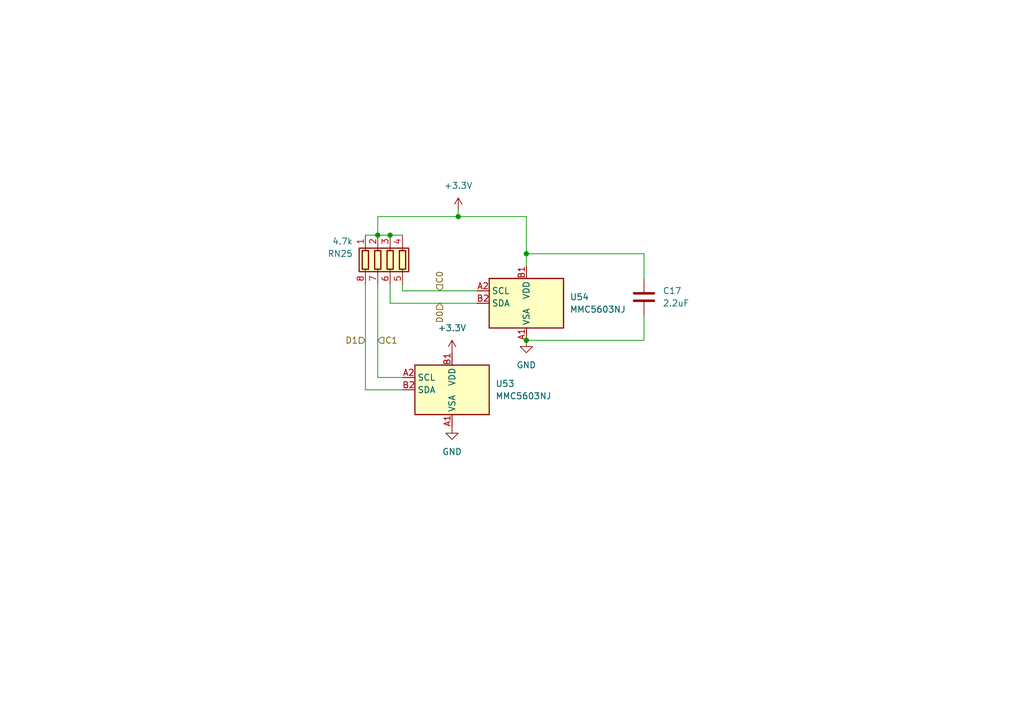
<source format=kicad_sch>
(kicad_sch (version 20230121) (generator eeschema)
  (paper "A5")
  (lib_symbols
    (symbol "Device:C" (pin_numbers hide) (pin_names (offset 0.254))
      (property "Reference" "C" (at 0.635 2.54 0))
      (property "Value" "C" (at 0.635 -2.54 0))
      (symbol "C_0_1"
        (polyline (pts (xy -2.032 -0.762) (xy 2.032 -0.762)) (stroke (width 0.508)))
        (polyline (pts (xy -2.032 0.762) (xy 2.032 0.762)) (stroke (width 0.508)))
      )
      (symbol "C_1_1"
        (pin passive line (at 0 3.81 270) (length 2.794) (name "~") (number "1"))
        (pin passive line (at 0 -3.81 90) (length 2.794) (name "~") (number "2"))
      )
    )
    (symbol "Device:R_Pack04" (pin_names (offset 0) hide)
      (property "Reference" "RN" (at -7.62 0 90))
      (property "Value" "R_Pack04" (at 5.08 0 90))
      (symbol "R_Pack04_0_1"
        (rectangle (start -6.35 -2.413) (end 3.81 2.413) (stroke (width 0.254)) (fill (type background)))
        (rectangle (start -5.715 1.905) (end -4.445 -1.905) (stroke (width 0.254)))
        (rectangle (start -3.175 1.905) (end -1.905 -1.905) (stroke (width 0.254)))
        (rectangle (start -0.635 1.905) (end 0.635 -1.905) (stroke (width 0.254)))
        (polyline (pts (xy -5.08 -2.54) (xy -5.08 -1.905)))
        (polyline (pts (xy -5.08 1.905) (xy -5.08 2.54)))
        (polyline (pts (xy -2.54 -2.54) (xy -2.54 -1.905)))
        (polyline (pts (xy -2.54 1.905) (xy -2.54 2.54)))
        (polyline (pts (xy 0 -2.54) (xy 0 -1.905)))
        (polyline (pts (xy 0 1.905) (xy 0 2.54)))
        (polyline (pts (xy 2.54 -2.54) (xy 2.54 -1.905)))
        (polyline (pts (xy 2.54 1.905) (xy 2.54 2.54)))
        (rectangle (start 1.905 1.905) (end 3.175 -1.905) (stroke (width 0.254)))
      )
      (symbol "R_Pack04_1_1"
        (pin passive line (at -5.08 -5.08 90) (length 2.54) (name "R1.1") (number "1"))
        (pin passive line (at -2.54 -5.08 90) (length 2.54) (name "R2.1") (number "2"))
        (pin passive line (at 0 -5.08 90) (length 2.54) (name "R3.1") (number "3"))
        (pin passive line (at 2.54 -5.08 90) (length 2.54) (name "R4.1") (number "4"))
        (pin passive line (at 2.54 5.08 270) (length 2.54) (name "R4.2") (number "5"))
        (pin passive line (at 0 5.08 270) (length 2.54) (name "R3.2") (number "6"))
        (pin passive line (at -2.54 5.08 270) (length 2.54) (name "R2.2") (number "7"))
        (pin passive line (at -5.08 5.08 270) (length 2.54) (name "R1.2") (number "8"))
      )
    )
    (symbol "Sensor_Magnetic:MMC5633NJL"
      (property "Reference" "U" (at -2.54 8.255 0))
      (property "Value" "MMC5633NJL" (at -2.54 6.35 0))
      (symbol "MMC5633NJL_0_1"
        (rectangle (start -7.62 -5.08) (end 7.62 5.08) (stroke (width 0.254)) (fill (type background)))
      )
      (symbol "MMC5633NJL_1_1"
        (pin power_in line (at 0 -7.62 90) (length 2.54) (name "VSA") (number "A1"))
        (pin input line (at -10.16 2.54 0) (length 2.54) (name "SCL") (number "A2"))
        (pin power_in line (at 0 7.62 270) (length 2.54) (name "VDD") (number "B1"))
        (pin bidirectional line (at -10.16 0 0) (length 2.54) (name "SDA") (number "B2"))
      )
    )
    (symbol "power:+3.3V" (power) (pin_names (offset 0))
      (property "Value" "+3.3V" (at 0 3.556 0))
      (symbol "+3.3V_0_1"
        (polyline (pts (xy -0.762 1.27) (xy 0 2.54)))
        (polyline (pts (xy 0 0) (xy 0 2.54)))
        (polyline (pts (xy 0 2.54) (xy 0.762 1.27)))
      )
      (symbol "+3.3V_1_1"
        (pin power_in line (at 0 0 90) (length 0) hide (name "+3.3V") (number "1"))
      )
    )
    (symbol "power:GND" (power) (pin_names (offset 0))
      (property "Value" "GND" (at 0 -3.81 0))
      (symbol "GND_0_1"
        (polyline (pts (xy 0 0) (xy 0 -1.27) (xy 1.27 -1.27) (xy 0 -2.54) (xy -1.27 -1.27) (xy 0 -1.27)))
      )
      (symbol "GND_1_1"
        (pin power_in line (at 0 0 270) (length 0) hide (name "GND") (number "1"))
      )
    )
  )
  (junction (at 107.95 52.07))
  (junction (at 93.98 44.45))
  (junction (at 80.01 48.26))
  (junction (at 107.95 69.85))
  (junction (at 77.47 48.26))
  (wire (pts (xy 82.55 77.47) (xy 77.47 77.47)))
  (wire (pts (xy 107.95 44.45) (xy 107.95 52.07)))
  (wire (pts (xy 82.55 59.69) (xy 82.55 58.42)))
  (wire (pts (xy 74.93 58.42) (xy 74.93 80.01)))
  (wire (pts (xy 107.95 52.07) (xy 132.08 52.07)))
  (wire (pts (xy 80.01 48.26) (xy 82.55 48.26)))
  (wire (pts (xy 80.01 62.23) (xy 80.01 58.42)))
  (wire (pts (xy 77.47 48.26) (xy 80.01 48.26)))
  (wire (pts (xy 107.95 52.07) (xy 107.95 54.61)))
  (wire (pts (xy 97.79 59.69) (xy 82.55 59.69)))
  (wire (pts (xy 77.47 77.47) (xy 77.47 58.42)))
  (wire (pts (xy 132.08 64.77) (xy 132.08 69.85)))
  (wire (pts (xy 132.08 69.85) (xy 107.95 69.85)))
  (wire (pts (xy 77.47 44.45) (xy 77.47 48.26)))
  (wire (pts (xy 97.79 62.23) (xy 80.01 62.23)))
  (wire (pts (xy 77.47 48.26) (xy 74.93 48.26)))
  (wire (pts (xy 82.55 80.01) (xy 74.93 80.01)))
  (wire (pts (xy 132.08 52.07) (xy 132.08 57.15)))
  (wire (pts (xy 93.98 44.45) (xy 107.95 44.45)))
  (wire (pts (xy 77.47 44.45) (xy 93.98 44.45)))
  (wire (pts (xy 93.98 43.18) (xy 93.98 44.45)))
  (hierarchical_label "C0" (shape input) (at 90.17 59.69 90))
  (hierarchical_label "C1" (shape input) (at 77.47 69.85 0))
  (hierarchical_label "D1" (shape input) (at 74.93 69.85 180))
  (hierarchical_label "D0" (shape input) (at 90.17 62.23 270))
  (symbol (lib_id "Sensor_Magnetic:MMC5633NJL") (at 107.95 62.23 0) (unit 1)
    (property "Reference" "U54" (at 116.84 60.96 0) (effects (justify left)))
    (property "Value" "MMC5603NJ" (at 116.84 63.5 0) (effects (justify left)))
    (property "Footprint" "Package_BGA:WLP-4_0.86x0.86mm_P0.4mm" (effects hide))
    (property "Datasheet" "http://www.memsic.com/uploadfiles/2020/08/20200827165106864.pdf" (effects hide))
    (instances (project "chessbot" (path "" (reference "U54") (unit 1)) (path "" (reference "U16") (unit 1)) (path "" (reference "U12") (unit 1)) (path "" (reference "U36") (unit 1)) (path "" (reference "U32") (unit 1)) (path "" (reference "U30") (unit 1)) (path "" (reference "U34") (unit 1)) (path "" (reference "U43") (unit 1)) (path "" (reference "U45") (unit 1)) (path "" (reference "U39") (unit 1)) (path "" (reference "U41") (unit 1)) (path "" (reference "U52") (unit 1)) (path "" (reference "U18") (unit 1)) (path "" (reference "U50") (unit 1)) (path "" (reference "U48") (unit 1)) (path "" (reference "U63") (unit 1)) (path "" (reference "U57") (unit 1)) (path "" (reference "U61") (unit 1)) (path "" (reference "U59") (unit 1)) (path "" (reference "U66") (unit 1)) (path "" (reference "U68") (unit 1)) (path "" (reference "U70") (unit 1)) (path "" (reference "U72") (unit 1)) (path "" (reference "U23") (unit 1)) (path "" (reference "U27") (unit 1)) (path "" (reference "U21") (unit 1)) (path "" (reference "U25") (unit 1)) (path "" (reference "U2") (unit 1)) (path "" (reference "U9") (unit 1)) (path "" (reference "U7") (unit 1)) (path "" (reference "U5") (unit 1)) (path "" (reference "U2") (unit 1)) (path "" (reference "U14") (unit 1))))
  )
  (symbol (lib_id "power:+3.3V") (at 93.98 43.18 0) (unit 1)
    (property "Reference" "#PWR0144" (effects hide))
    (property "Value" "+3.3V" (at 93.98 38.1 0))
    (instances (project "chessbot" (path "" (reference "#PWR0144") (unit 1)) (path "" (reference "#PWR096") (unit 1)) (path "" (reference "#PWR088") (unit 1)) (path "" (reference "#PWR084") (unit 1)) (path "" (reference "#PWR092") (unit 1)) (path "" (reference "#PWR0116") (unit 1)) (path "" (reference "#PWR0120") (unit 1)) (path "" (reference "#PWR0108") (unit 1)) (path "" (reference "#PWR0112") (unit 1)) (path "" (reference "#PWR0140") (unit 1)) (path "" (reference "#PWR0136") (unit 1)) (path "" (reference "#PWR0132") (unit 1)) (path "" (reference "#PWR0168") (unit 1)) (path "" (reference "#PWR0156") (unit 1)) (path "" (reference "#PWR0164") (unit 1)) (path "" (reference "#PWR0160") (unit 1)) (path "" (reference "#PWR0180") (unit 1)) (path "" (reference "#PWR0184") (unit 1)) (path "" (reference "#PWR0188") (unit 1)) (path "" (reference "#PWR0192") (unit 1)) (path "" (reference "#PWR039") (unit 1)) (path "" (reference "#PWR060") (unit 1)) (path "" (reference "#PWR068") (unit 1)) (path "" (reference "#PWR056") (unit 1)) (path "" (reference "#PWR064") (unit 1)) (path "" (reference "#PWR027") (unit 1)) (path "" (reference "#PWR035") (unit 1)) (path "" (reference "#PWR031") (unit 1)) (path "" (reference "#PWR03") (unit 1)) (path "" (reference "#PWR011") (unit 1)) (path "" (reference "#PWR015") (unit 1)) (path "" (reference "#PWR019") (unit 1))))
  )
  (symbol (lib_id "power:GND") (at 92.71 87.63 0) (unit 1)
    (property "Reference" "#PWR0143" (effects hide))
    (property "Value" "GND" (at 92.71 92.71 0))
    (instances (project "chessbot" (path "" (reference "#PWR0143") (unit 1)) (path "" (reference "#PWR095") (unit 1)) (path "" (reference "#PWR087") (unit 1)) (path "" (reference "#PWR083") (unit 1)) (path "" (reference "#PWR091") (unit 1)) (path "" (reference "#PWR0115") (unit 1)) (path "" (reference "#PWR0119") (unit 1)) (path "" (reference "#PWR0107") (unit 1)) (path "" (reference "#PWR0111") (unit 1)) (path "" (reference "#PWR0139") (unit 1)) (path "" (reference "#PWR0135") (unit 1)) (path "" (reference "#PWR0131") (unit 1)) (path "" (reference "#PWR0167") (unit 1)) (path "" (reference "#PWR0155") (unit 1)) (path "" (reference "#PWR0163") (unit 1)) (path "" (reference "#PWR0159") (unit 1)) (path "" (reference "#PWR0179") (unit 1)) (path "" (reference "#PWR0183") (unit 1)) (path "" (reference "#PWR0187") (unit 1)) (path "" (reference "#PWR0191") (unit 1)) (path "" (reference "#PWR038") (unit 1)) (path "" (reference "#PWR059") (unit 1)) (path "" (reference "#PWR067") (unit 1)) (path "" (reference "#PWR055") (unit 1)) (path "" (reference "#PWR063") (unit 1)) (path "" (reference "#PWR026") (unit 1)) (path "" (reference "#PWR034") (unit 1)) (path "" (reference "#PWR030") (unit 1)) (path "" (reference "#PWR02") (unit 1)) (path "" (reference "#PWR010") (unit 1)) (path "" (reference "#PWR014") (unit 1)) (path "" (reference "#PWR018") (unit 1))))
  )
  (symbol (lib_id "Device:R_Pack04") (at 80.01 53.34 0) (mirror x) (unit 1)
    (property "Reference" "RN25" (at 72.39 52.07 0) (effects (justify right)))
    (property "Value" "4.7k" (at 72.39 49.53 0) (effects (justify right)))
    (property "Footprint" "Resistor_SMD:R_Array_Concave_4x0603" (effects hide))
    (instances (project "chessbot" (path "" (reference "RN25") (unit 1)) (path "" (reference "RN17") (unit 1)) (path "" (reference "RN15") (unit 1)) (path "" (reference "RN14") (unit 1)) (path "" (reference "RN16") (unit 1)) (path "" (reference "RN20") (unit 1)) (path "" (reference "RN21") (unit 1)) (path "" (reference "RN18") (unit 1)) (path "" (reference "RN19") (unit 1)) (path "" (reference "RN24") (unit 1)) (path "" (reference "RN6") (unit 1)) (path "" (reference "RN1") (unit 1)) (path "" (reference "RN2") (unit 1)) (path "" (reference "RN3") (unit 1)) (path "" (reference "RN4") (unit 1)) (path "" (reference "RN11") (unit 1)) (path "" (reference "RN13") (unit 1)) (path "" (reference "RN9") (unit 1)) (path "" (reference "RN12") (unit 1)) (path "" (reference "RN5") (unit 1)) (path "" (reference "RN7") (unit 1)) (path "" (reference "RN8") (unit 1)) (path "" (reference "RN23") (unit 1)) (path "" (reference "RN22") (unit 1)) (path "" (reference "RN29") (unit 1)) (path "" (reference "RN26") (unit 1)) (path "" (reference "RN28") (unit 1)) (path "" (reference "RN27") (unit 1)) (path "" (reference "RN30") (unit 1)) (path "" (reference "RN31") (unit 1)) (path "" (reference "RN32") (unit 1)) (path "" (reference "RN33") (unit 1))))
  )
  (symbol (lib_id "Sensor_Magnetic:MMC5633NJL") (at 92.71 80.01 0) (unit 1)
    (property "Reference" "U53" (at 101.6 78.74 0) (effects (justify left)))
    (property "Value" "MMC5603NJ" (at 101.6 81.28 0) (effects (justify left)))
    (property "Footprint" "Package_BGA:WLP-4_0.86x0.86mm_P0.4mm" (effects hide))
    (property "Datasheet" "http://www.memsic.com/uploadfiles/2020/08/20200827165106864.pdf" (effects hide))
    (instances (project "chessbot" (path "" (reference "U53") (unit 1)) (path "" (reference "U15") (unit 1)) (path "" (reference "U11") (unit 1)) (path "" (reference "U35") (unit 1)) (path "" (reference "U31") (unit 1)) (path "" (reference "U29") (unit 1)) (path "" (reference "U33") (unit 1)) (path "" (reference "U42") (unit 1)) (path "" (reference "U44") (unit 1)) (path "" (reference "U38") (unit 1)) (path "" (reference "U40") (unit 1)) (path "" (reference "U51") (unit 1)) (path "" (reference "U17") (unit 1)) (path "" (reference "U49") (unit 1)) (path "" (reference "U47") (unit 1)) (path "" (reference "U62") (unit 1)) (path "" (reference "U56") (unit 1)) (path "" (reference "U60") (unit 1)) (path "" (reference "U58") (unit 1)) (path "" (reference "U65") (unit 1)) (path "" (reference "U67") (unit 1)) (path "" (reference "U69") (unit 1)) (path "" (reference "U71") (unit 1)) (path "" (reference "U22") (unit 1)) (path "" (reference "U26") (unit 1)) (path "" (reference "U20") (unit 1)) (path "" (reference "U24") (unit 1)) (path "" (reference "U1") (unit 1)) (path "" (reference "U8") (unit 1)) (path "" (reference "U6") (unit 1)) (path "" (reference "U4") (unit 1)) (path "" (reference "U2") (unit 1)) (path "" (reference "U13") (unit 1))))
  )
  (symbol (lib_id "Device:C") (at 132.08 60.96 0) (unit 1)
    (property "Reference" "C17" (at 135.89 59.69 0) (effects (justify left)))
    (property "Value" "2.2uF" (at 135.89 62.23 0) (effects (justify left)))
    (instances (project "chessbot" (path "" (reference "C17") (unit 1)) (path "" (reference "C32") (unit 1)) (path "" (reference "C31") (unit 1)) (path "" (reference "C30") (unit 1)) (path "" (reference "C29") (unit 1)) (path "" (reference "C28") (unit 1)) (path "" (reference "C27") (unit 1)) (path "" (reference "C26") (unit 1)) (path "" (reference "C25") (unit 1)) (path "" (reference "C24") (unit 1)) (path "" (reference "C23") (unit 1)) (path "" (reference "C22") (unit 1)) (path "" (reference "C21") (unit 1)) (path "" (reference "C20") (unit 1)) (path "" (reference "C19") (unit 1)) (path "" (reference "C18") (unit 1)) (path "" (reference "C1") (unit 1)) (path "" (reference "C16") (unit 1)) (path "" (reference "C15") (unit 1)) (path "" (reference "C14") (unit 1)) (path "" (reference "C13") (unit 1)) (path "" (reference "C12") (unit 1)) (path "" (reference "C11") (unit 1)) (path "" (reference "C10") (unit 1)) (path "" (reference "C9") (unit 1)) (path "" (reference "C8") (unit 1)) (path "" (reference "C7") (unit 1)) (path "" (reference "C6") (unit 1)) (path "" (reference "C5") (unit 1)) (path "" (reference "C4") (unit 1)) (path "" (reference "C3") (unit 1)) (path "" (reference "C2") (unit 1))))
  )
  (symbol (lib_id "power:GND") (at 107.95 69.85 0) (unit 1)
    (property "Reference" "#PWR0145" (effects hide))
    (property "Value" "GND" (at 107.95 74.93 0))
    (instances (project "chessbot" (path "" (reference "#PWR0145") (unit 1)) (path "" (reference "#PWR097") (unit 1)) (path "" (reference "#PWR089") (unit 1)) (path "" (reference "#PWR085") (unit 1)) (path "" (reference "#PWR093") (unit 1)) (path "" (reference "#PWR0117") (unit 1)) (path "" (reference "#PWR0121") (unit 1)) (path "" (reference "#PWR0109") (unit 1)) (path "" (reference "#PWR0113") (unit 1)) (path "" (reference "#PWR0141") (unit 1)) (path "" (reference "#PWR0137") (unit 1)) (path "" (reference "#PWR0133") (unit 1)) (path "" (reference "#PWR0169") (unit 1)) (path "" (reference "#PWR0157") (unit 1)) (path "" (reference "#PWR0165") (unit 1)) (path "" (reference "#PWR0161") (unit 1)) (path "" (reference "#PWR0181") (unit 1)) (path "" (reference "#PWR0185") (unit 1)) (path "" (reference "#PWR0189") (unit 1)) (path "" (reference "#PWR0193") (unit 1)) (path "" (reference "#PWR040") (unit 1)) (path "" (reference "#PWR061") (unit 1)) (path "" (reference "#PWR069") (unit 1)) (path "" (reference "#PWR057") (unit 1)) (path "" (reference "#PWR065") (unit 1)) (path "" (reference "#PWR028") (unit 1)) (path "" (reference "#PWR036") (unit 1)) (path "" (reference "#PWR032") (unit 1)) (path "" (reference "#PWR04") (unit 1)) (path "" (reference "#PWR012") (unit 1)) (path "" (reference "#PWR016") (unit 1)) (path "" (reference "#PWR020") (unit 1))))
  )
  (symbol (lib_id "power:+3.3V") (at 92.71 72.39 0) (unit 1)
    (property "Reference" "#PWR0142" (effects hide))
    (property "Value" "+3.3V" (at 92.71 67.31 0))
    (instances (project "chessbot" (path "" (reference "#PWR0142") (unit 1)) (path "" (reference "#PWR094") (unit 1)) (path "" (reference "#PWR086") (unit 1)) (path "" (reference "#PWR082") (unit 1)) (path "" (reference "#PWR090") (unit 1)) (path "" (reference "#PWR0114") (unit 1)) (path "" (reference "#PWR0118") (unit 1)) (path "" (reference "#PWR0106") (unit 1)) (path "" (reference "#PWR0110") (unit 1)) (path "" (reference "#PWR0138") (unit 1)) (path "" (reference "#PWR0134") (unit 1)) (path "" (reference "#PWR0130") (unit 1)) (path "" (reference "#PWR0166") (unit 1)) (path "" (reference "#PWR0154") (unit 1)) (path "" (reference "#PWR0162") (unit 1)) (path "" (reference "#PWR0158") (unit 1)) (path "" (reference "#PWR0178") (unit 1)) (path "" (reference "#PWR0182") (unit 1)) (path "" (reference "#PWR0186") (unit 1)) (path "" (reference "#PWR0190") (unit 1)) (path "" (reference "#PWR037") (unit 1)) (path "" (reference "#PWR058") (unit 1)) (path "" (reference "#PWR066") (unit 1)) (path "" (reference "#PWR054") (unit 1)) (path "" (reference "#PWR062") (unit 1)) (path "" (reference "#PWR025") (unit 1)) (path "" (reference "#PWR033") (unit 1)) (path "" (reference "#PWR029") (unit 1)) (path "" (reference "#PWR01") (unit 1)) (path "" (reference "#PWR09") (unit 1)) (path "" (reference "#PWR013") (unit 1)) (path "" (reference "#PWR017") (unit 1))))
  )
)
</source>
